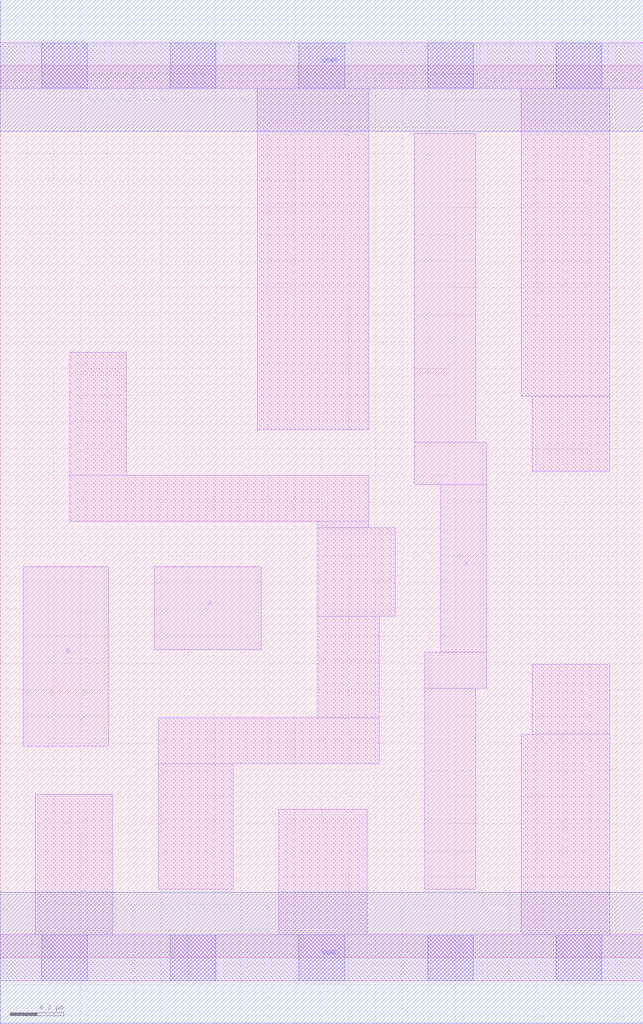
<source format=lef>
# Copyright 2020 The SkyWater PDK Authors
#
# Licensed under the Apache License, Version 2.0 (the "License");
# you may not use this file except in compliance with the License.
# You may obtain a copy of the License at
#
#     https://www.apache.org/licenses/LICENSE-2.0
#
# Unless required by applicable law or agreed to in writing, software
# distributed under the License is distributed on an "AS IS" BASIS,
# WITHOUT WARRANTIES OR CONDITIONS OF ANY KIND, either express or implied.
# See the License for the specific language governing permissions and
# limitations under the License.
#
# SPDX-License-Identifier: Apache-2.0

VERSION 5.7 ;
  NAMESCASESENSITIVE ON ;
  NOWIREEXTENSIONATPIN ON ;
  DIVIDERCHAR "/" ;
  BUSBITCHARS "[]" ;
UNITS
  DATABASE MICRONS 200 ;
END UNITS
MACRO sky130_fd_sc_lp__or2_2
  CLASS CORE ;
  SOURCE USER ;
  FOREIGN sky130_fd_sc_lp__or2_2 ;
  ORIGIN  0.000000  0.000000 ;
  SIZE  2.400000 BY  3.330000 ;
  SYMMETRY X Y R90 ;
  SITE unit ;
  PIN A
    ANTENNAGATEAREA  0.126000 ;
    DIRECTION INPUT ;
    USE SIGNAL ;
    PORT
      LAYER li1 ;
        RECT 0.575000 1.150000 0.975000 1.460000 ;
    END
  END A
  PIN B
    ANTENNAGATEAREA  0.126000 ;
    DIRECTION INPUT ;
    USE SIGNAL ;
    PORT
      LAYER li1 ;
        RECT 0.085000 0.790000 0.405000 1.460000 ;
    END
  END B
  PIN X
    ANTENNADIFFAREA  0.588000 ;
    DIRECTION OUTPUT ;
    USE SIGNAL ;
    PORT
      LAYER li1 ;
        RECT 1.545000 1.765000 1.815000 1.925000 ;
        RECT 1.545000 1.925000 1.775000 3.075000 ;
        RECT 1.585000 0.255000 1.775000 1.005000 ;
        RECT 1.585000 1.005000 1.815000 1.140000 ;
        RECT 1.645000 1.140000 1.815000 1.765000 ;
    END
  END X
  PIN VGND
    DIRECTION INOUT ;
    USE GROUND ;
    PORT
      LAYER met1 ;
        RECT 0.000000 -0.245000 2.400000 0.245000 ;
    END
  END VGND
  PIN VPWR
    DIRECTION INOUT ;
    USE POWER ;
    PORT
      LAYER met1 ;
        RECT 0.000000 3.085000 2.400000 3.575000 ;
    END
  END VPWR
  OBS
    LAYER li1 ;
      RECT 0.000000 -0.085000 2.400000 0.085000 ;
      RECT 0.000000  3.245000 2.400000 3.415000 ;
      RECT 0.130000  0.085000 0.420000 0.610000 ;
      RECT 0.260000  1.630000 1.375000 1.800000 ;
      RECT 0.260000  1.800000 0.470000 2.260000 ;
      RECT 0.590000  0.255000 0.870000 0.725000 ;
      RECT 0.590000  0.725000 1.415000 0.895000 ;
      RECT 0.960000  1.970000 1.375000 3.245000 ;
      RECT 1.040000  0.085000 1.370000 0.555000 ;
      RECT 1.185000  0.895000 1.415000 1.275000 ;
      RECT 1.185000  1.275000 1.475000 1.605000 ;
      RECT 1.185000  1.605000 1.375000 1.630000 ;
      RECT 1.945000  0.085000 2.275000 0.835000 ;
      RECT 1.945000  2.095000 2.275000 3.245000 ;
      RECT 1.985000  0.835000 2.275000 1.095000 ;
      RECT 1.985000  1.815000 2.275000 2.095000 ;
    LAYER mcon ;
      RECT 0.155000 -0.085000 0.325000 0.085000 ;
      RECT 0.155000  3.245000 0.325000 3.415000 ;
      RECT 0.635000 -0.085000 0.805000 0.085000 ;
      RECT 0.635000  3.245000 0.805000 3.415000 ;
      RECT 1.115000 -0.085000 1.285000 0.085000 ;
      RECT 1.115000  3.245000 1.285000 3.415000 ;
      RECT 1.595000 -0.085000 1.765000 0.085000 ;
      RECT 1.595000  3.245000 1.765000 3.415000 ;
      RECT 2.075000 -0.085000 2.245000 0.085000 ;
      RECT 2.075000  3.245000 2.245000 3.415000 ;
  END
END sky130_fd_sc_lp__or2_2

</source>
